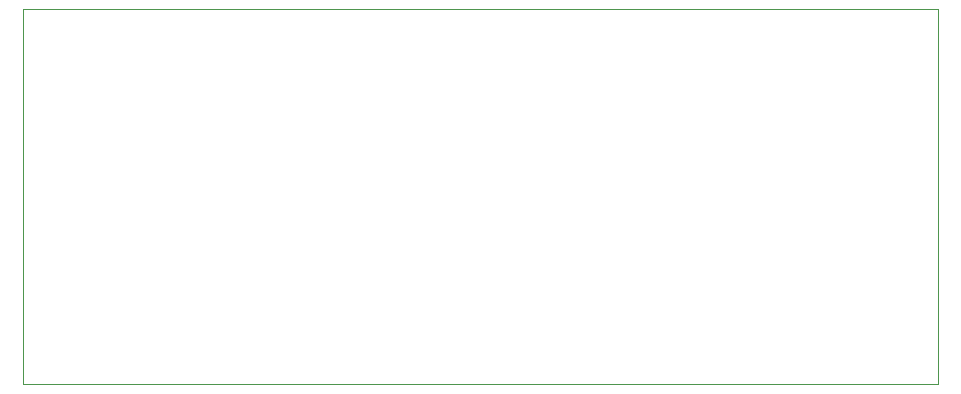
<source format=gbr>
G04 #@! TF.GenerationSoftware,KiCad,Pcbnew,(5.1.4)-1*
G04 #@! TF.CreationDate,2020-10-11T13:11:03+02:00*
G04 #@! TF.ProjectId,junior-computer-display,6a756e69-6f72-42d6-936f-6d7075746572,rev?*
G04 #@! TF.SameCoordinates,Original*
G04 #@! TF.FileFunction,Profile,NP*
%FSLAX46Y46*%
G04 Gerber Fmt 4.6, Leading zero omitted, Abs format (unit mm)*
G04 Created by KiCad (PCBNEW (5.1.4)-1) date 2020-10-11 13:11:03*
%MOMM*%
%LPD*%
G04 APERTURE LIST*
%ADD10C,0.050000*%
G04 APERTURE END LIST*
D10*
X105410000Y-112395000D02*
X105410000Y-80645000D01*
X182880000Y-112395000D02*
X105410000Y-112395000D01*
X182880000Y-80645000D02*
X182880000Y-112395000D01*
X105410000Y-80645000D02*
X182880000Y-80645000D01*
M02*

</source>
